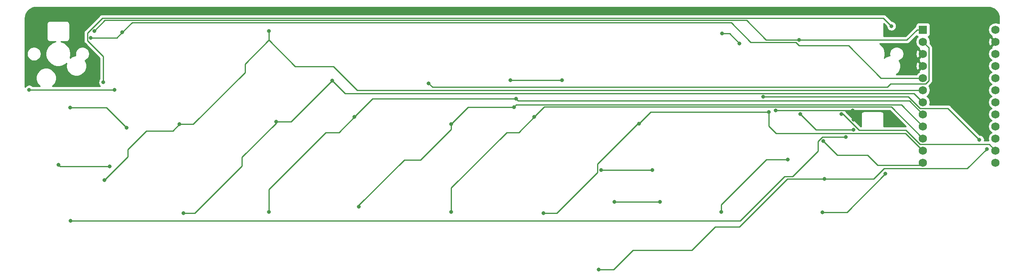
<source format=gbr>
G04 #@! TF.GenerationSoftware,KiCad,Pcbnew,5.1.5-52549c5~84~ubuntu19.10.1*
G04 #@! TF.CreationDate,2020-02-17T22:45:33-08:00*
G04 #@! TF.ProjectId,keycad,6b657963-6164-42e6-9b69-6361645f7063,rev?*
G04 #@! TF.SameCoordinates,Original*
G04 #@! TF.FileFunction,Copper,L1,Top*
G04 #@! TF.FilePolarity,Positive*
%FSLAX46Y46*%
G04 Gerber Fmt 4.6, Leading zero omitted, Abs format (unit mm)*
G04 Created by KiCad (PCBNEW 5.1.5-52549c5~84~ubuntu19.10.1) date 2020-02-17 22:45:33*
%MOMM*%
%LPD*%
G04 APERTURE LIST*
%ADD10C,1.752600*%
%ADD11R,1.752600X1.752600*%
%ADD12C,0.800000*%
%ADD13C,0.250000*%
%ADD14C,0.254000*%
G04 APERTURE END LIST*
D10*
X196850000Y5080000D03*
X181610000Y-22860000D03*
X196850000Y2540000D03*
X196850000Y0D03*
X196850000Y-2540000D03*
X196850000Y-5080000D03*
X196850000Y-7620000D03*
X196850000Y-10160000D03*
X196850000Y-12700000D03*
X196850000Y-15240000D03*
X196850000Y-17780000D03*
X196850000Y-20320000D03*
X196850000Y-22860000D03*
X181610000Y-20320000D03*
X181610000Y-17780000D03*
X181610000Y-15240000D03*
X181610000Y-12700000D03*
X181610000Y-10160000D03*
X181610000Y-7620000D03*
X181610000Y-5080000D03*
X181610000Y-2540000D03*
X181610000Y0D03*
X181610000Y2540000D03*
D11*
X181610000Y5080000D03*
D12*
X193466500Y-18041700D03*
X148016500Y-9008600D03*
X11839600Y-7525700D03*
X-6089800Y-7525700D03*
X105815700Y-5533500D03*
X94991000Y-5533500D03*
X124757500Y-24445600D03*
X114052200Y-24445600D03*
X10798700Y-23679900D03*
X89600Y-23349300D03*
X164521900Y-12636500D03*
X195032500Y-20006900D03*
X113482300Y-45309600D03*
X160910200Y-26288400D03*
X166984500Y-13794500D03*
X150683000Y-11878000D03*
X166831200Y-11878000D03*
X9480500Y-5972400D03*
X175003000Y5841900D03*
X14332900Y-15496400D03*
X2500000Y-11279500D03*
X167036000Y-15908000D03*
X155818800Y-12617600D03*
X2588700Y-35105900D03*
X165416300Y-17477400D03*
X126420900Y-31133700D03*
X116850500Y-31133700D03*
X6865600Y3383700D03*
X13474300Y4513400D03*
X139257600Y-33246800D03*
X153258100Y-22201100D03*
X7556300Y4810800D03*
X155573700Y2966200D03*
X160525600Y-33297800D03*
X173748300Y-25194600D03*
X77810200Y-6175900D03*
X9692400Y-26519800D03*
X44255900Y4762500D03*
X25482200Y-14796100D03*
X57575200Y-5603900D03*
X26278900Y-33476000D03*
X45751600Y-14231000D03*
X96134600Y-9420700D03*
X44253400Y-33237500D03*
X62222900Y-13239300D03*
X95692200Y-11179300D03*
X63122700Y-32109500D03*
X82536000Y-14737100D03*
X99985800Y-13239300D03*
X82536000Y-33232100D03*
X101949200Y-33462900D03*
X122018900Y-14658200D03*
X139439300Y4296000D03*
X143090300Y2198100D03*
X149249200Y-12224500D03*
X160673800Y-18331400D03*
D13*
X-6089800Y-7525700D02*
X11839600Y-7525700D01*
X148016500Y-9008600D02*
X178555500Y-9008600D01*
X178555500Y-9008600D02*
X180976900Y-11430000D01*
X180976900Y-11430000D02*
X186854800Y-11430000D01*
X186854800Y-11430000D02*
X193466500Y-18041700D01*
X94991000Y-5533500D02*
X105815700Y-5533500D01*
X196850000Y-20320000D02*
X195555200Y-19025200D01*
X195555200Y-19025200D02*
X180952100Y-19025200D01*
X180952100Y-19025200D02*
X177989700Y-16062800D01*
X177989700Y-16062800D02*
X168220600Y-16062800D01*
X168220600Y-16062800D02*
X164794300Y-12636500D01*
X164794300Y-12636500D02*
X164521900Y-12636500D01*
X114052200Y-24445600D02*
X124757500Y-24445600D01*
X89600Y-23349300D02*
X420200Y-23679900D01*
X420200Y-23679900D02*
X10798700Y-23679900D01*
X160910200Y-26288400D02*
X171268800Y-26288400D01*
X171268800Y-26288400D02*
X173443000Y-24114200D01*
X173443000Y-24114200D02*
X190925200Y-24114200D01*
X190925200Y-24114200D02*
X195032500Y-20006900D01*
X113482300Y-45309600D02*
X116658100Y-45309600D01*
X116658100Y-45309600D02*
X120713100Y-41254600D01*
X120713100Y-41254600D02*
X133044400Y-41254600D01*
X133044400Y-41254600D02*
X137980800Y-36318200D01*
X137980800Y-36318200D02*
X143081700Y-36318200D01*
X143081700Y-36318200D02*
X153111500Y-26288400D01*
X153111500Y-26288400D02*
X160910200Y-26288400D01*
X166831200Y-11878000D02*
X166831200Y-13641200D01*
X166831200Y-13641200D02*
X166984500Y-13794500D01*
X150683000Y-11878000D02*
X166831200Y-11878000D01*
X175003000Y5841900D02*
X173309900Y7535000D01*
X173309900Y7535000D02*
X9246900Y7535000D01*
X9246900Y7535000D02*
X6115700Y4403800D01*
X6115700Y4403800D02*
X6115700Y2798900D01*
X6115700Y2798900D02*
X9480500Y-565900D01*
X9480500Y-565900D02*
X9480500Y-5972400D01*
X14332900Y-15496400D02*
X10116000Y-11279500D01*
X10116000Y-11279500D02*
X2500000Y-11279500D01*
X167036000Y-15908000D02*
X159109200Y-15908000D01*
X159109200Y-15908000D02*
X155818800Y-12617600D01*
X165416300Y-17477400D02*
X160500500Y-17477400D01*
X160500500Y-17477400D02*
X159557300Y-18420600D01*
X159557300Y-18420600D02*
X159557300Y-20429500D01*
X159557300Y-20429500D02*
X154210900Y-25775900D01*
X154210900Y-25775900D02*
X152569200Y-25775900D01*
X152569200Y-25775900D02*
X143239200Y-35105900D01*
X143239200Y-35105900D02*
X2588700Y-35105900D01*
X116850500Y-31133700D02*
X126420900Y-31133700D01*
X13474300Y4513400D02*
X15573300Y6612400D01*
X15573300Y6612400D02*
X141326000Y6612400D01*
X141326000Y6612400D02*
X145472300Y2466100D01*
X145472300Y2466100D02*
X154877300Y2466100D01*
X154877300Y2466100D02*
X155610000Y1733400D01*
X155610000Y1733400D02*
X165970200Y1733400D01*
X165970200Y1733400D02*
X172783600Y-5080000D01*
X172783600Y-5080000D02*
X181610000Y-5080000D01*
X6865600Y3383700D02*
X12344600Y3383700D01*
X12344600Y3383700D02*
X13474300Y4513400D01*
X7556300Y4810800D02*
X9808300Y7062800D01*
X9808300Y7062800D02*
X144548600Y7062800D01*
X144548600Y7062800D02*
X148674300Y2937100D01*
X148674300Y2937100D02*
X155544600Y2937100D01*
X155544600Y2937100D02*
X155573700Y2966200D01*
X153258100Y-22201100D02*
X148740300Y-22201100D01*
X148740300Y-22201100D02*
X139257600Y-31683800D01*
X139257600Y-31683800D02*
X139257600Y-33246800D01*
X180408400Y5080000D02*
X178224900Y2896500D01*
X178224900Y2896500D02*
X155643400Y2896500D01*
X155643400Y2896500D02*
X155573700Y2966200D01*
X181610000Y5080000D02*
X180408400Y5080000D01*
X160525600Y-33297800D02*
X165645100Y-33297800D01*
X165645100Y-33297800D02*
X173748300Y-25194600D01*
X77810200Y-6175900D02*
X78602600Y-6968300D01*
X78602600Y-6968300D02*
X174164200Y-6968300D01*
X174164200Y-6968300D02*
X174850800Y-6281700D01*
X174850800Y-6281700D02*
X182181000Y-6281700D01*
X182181000Y-6281700D02*
X182852400Y-5610300D01*
X182852400Y-5610300D02*
X182852400Y1297600D01*
X182852400Y1297600D02*
X181610000Y2540000D01*
X25482200Y-14796100D02*
X24065800Y-16212500D01*
X24065800Y-16212500D02*
X18484800Y-16212500D01*
X18484800Y-16212500D02*
X14634600Y-20062700D01*
X14634600Y-20062700D02*
X14634600Y-21577600D01*
X14634600Y-21577600D02*
X9692400Y-26519800D01*
X44255900Y2929800D02*
X39221500Y-2104600D01*
X39221500Y-2104600D02*
X39221500Y-3901900D01*
X39221500Y-3901900D02*
X28327300Y-14796100D01*
X28327300Y-14796100D02*
X25482200Y-14796100D01*
X44255900Y2929800D02*
X44255900Y4762500D01*
X44255900Y2929800D02*
X49798100Y-2612400D01*
X49798100Y-2612400D02*
X57799800Y-2612400D01*
X57799800Y-2612400D02*
X62807400Y-7620000D01*
X62807400Y-7620000D02*
X181610000Y-7620000D01*
X57575200Y-5603900D02*
X60254000Y-8282700D01*
X60254000Y-8282700D02*
X179732700Y-8282700D01*
X179732700Y-8282700D02*
X181610000Y-10160000D01*
X45751600Y-14231000D02*
X48948100Y-14231000D01*
X48948100Y-14231000D02*
X57575200Y-5603900D01*
X26278900Y-33476000D02*
X28697600Y-33476000D01*
X28697600Y-33476000D02*
X38590100Y-23583500D01*
X38590100Y-23583500D02*
X38590100Y-21736000D01*
X38590100Y-21736000D02*
X45751600Y-14574500D01*
X45751600Y-14574500D02*
X45751600Y-14231000D01*
X62222900Y-13239300D02*
X58967500Y-16494700D01*
X58967500Y-16494700D02*
X56216400Y-16494700D01*
X56216400Y-16494700D02*
X44253400Y-28457700D01*
X44253400Y-28457700D02*
X44253400Y-33237500D01*
X96134600Y-9420700D02*
X96584900Y-9871000D01*
X96584900Y-9871000D02*
X178781000Y-9871000D01*
X178781000Y-9871000D02*
X181610000Y-12700000D01*
X62222900Y-13239300D02*
X66041500Y-9420700D01*
X66041500Y-9420700D02*
X96134600Y-9420700D01*
X95692200Y-11179300D02*
X96186400Y-10685100D01*
X96186400Y-10685100D02*
X177055100Y-10685100D01*
X177055100Y-10685100D02*
X181610000Y-15240000D01*
X82536000Y-14737100D02*
X86093800Y-11179300D01*
X86093800Y-11179300D02*
X95692200Y-11179300D01*
X63122700Y-32109500D02*
X63122700Y-31812100D01*
X63122700Y-31812100D02*
X72680200Y-22254600D01*
X72680200Y-22254600D02*
X76120500Y-22254600D01*
X76120500Y-22254600D02*
X82536000Y-15839100D01*
X82536000Y-15839100D02*
X82536000Y-14737100D01*
X99985800Y-13239300D02*
X102089600Y-11135500D01*
X102089600Y-11135500D02*
X174965500Y-11135500D01*
X174965500Y-11135500D02*
X181610000Y-17780000D01*
X82536000Y-33232100D02*
X82536000Y-28175100D01*
X82536000Y-28175100D02*
X94216400Y-16494700D01*
X94216400Y-16494700D02*
X96730400Y-16494700D01*
X96730400Y-16494700D02*
X99985800Y-13239300D01*
X143090300Y2198100D02*
X140992400Y4296000D01*
X140992400Y4296000D02*
X139439300Y4296000D01*
X122018900Y-14658200D02*
X124452600Y-12224500D01*
X124452600Y-12224500D02*
X149249200Y-12224500D01*
X181610000Y-20320000D02*
X177970700Y-16680700D01*
X177970700Y-16680700D02*
X150743400Y-16680700D01*
X150743400Y-16680700D02*
X149249200Y-15186500D01*
X149249200Y-15186500D02*
X149249200Y-12224500D01*
X101949200Y-33462900D02*
X104716600Y-33462900D01*
X104716600Y-33462900D02*
X113285400Y-24894100D01*
X113285400Y-24894100D02*
X113285400Y-23128400D01*
X113285400Y-23128400D02*
X121755600Y-14658200D01*
X121755600Y-14658200D02*
X122018900Y-14658200D01*
X160673800Y-18331400D02*
X163661700Y-21319300D01*
X163661700Y-21319300D02*
X170022900Y-21319300D01*
X170022900Y-21319300D02*
X172075400Y-23371800D01*
X172075400Y-23371800D02*
X181098200Y-23371800D01*
X181098200Y-23371800D02*
X181610000Y-22860000D01*
D14*
G36*
X195754635Y9757048D02*
G01*
X196181856Y9628063D01*
X196575885Y9418555D01*
X196921715Y9136502D01*
X197206174Y8792650D01*
X197418430Y8400091D01*
X197550393Y7973788D01*
X197600501Y7497037D01*
X197600501Y6396157D01*
X197565869Y6419297D01*
X197290830Y6533222D01*
X196998850Y6591300D01*
X196701150Y6591300D01*
X196409170Y6533222D01*
X196134131Y6419297D01*
X195886602Y6253904D01*
X195676096Y6043398D01*
X195510703Y5795869D01*
X195396778Y5520830D01*
X195338700Y5228850D01*
X195338700Y4931150D01*
X195396778Y4639170D01*
X195510703Y4364131D01*
X195676096Y4116602D01*
X195886602Y3906096D01*
X196049809Y3797045D01*
X195982437Y3587169D01*
X196850000Y2719605D01*
X196864142Y2733748D01*
X197043748Y2554142D01*
X197029605Y2540000D01*
X197043748Y2525858D01*
X196864142Y2346252D01*
X196850000Y2360395D01*
X195982437Y1492831D01*
X196049809Y1282955D01*
X195886602Y1173904D01*
X195676096Y963398D01*
X195510703Y715869D01*
X195396778Y440830D01*
X195338700Y148850D01*
X195338700Y-148850D01*
X195396778Y-440830D01*
X195510703Y-715869D01*
X195676096Y-963398D01*
X195886602Y-1173904D01*
X196030420Y-1270000D01*
X195886602Y-1366096D01*
X195676096Y-1576602D01*
X195510703Y-1824131D01*
X195396778Y-2099170D01*
X195338700Y-2391150D01*
X195338700Y-2688850D01*
X195396778Y-2980830D01*
X195510703Y-3255869D01*
X195676096Y-3503398D01*
X195886602Y-3713904D01*
X196030420Y-3810000D01*
X195886602Y-3906096D01*
X195676096Y-4116602D01*
X195510703Y-4364131D01*
X195396778Y-4639170D01*
X195338700Y-4931150D01*
X195338700Y-5228850D01*
X195396778Y-5520830D01*
X195510703Y-5795869D01*
X195676096Y-6043398D01*
X195886602Y-6253904D01*
X196030420Y-6350000D01*
X195886602Y-6446096D01*
X195676096Y-6656602D01*
X195510703Y-6904131D01*
X195396778Y-7179170D01*
X195338700Y-7471150D01*
X195338700Y-7768850D01*
X195396778Y-8060830D01*
X195510703Y-8335869D01*
X195676096Y-8583398D01*
X195886602Y-8793904D01*
X196030420Y-8890000D01*
X195886602Y-8986096D01*
X195676096Y-9196602D01*
X195510703Y-9444131D01*
X195396778Y-9719170D01*
X195338700Y-10011150D01*
X195338700Y-10308850D01*
X195396778Y-10600830D01*
X195510703Y-10875869D01*
X195676096Y-11123398D01*
X195886602Y-11333904D01*
X196030420Y-11430000D01*
X195886602Y-11526096D01*
X195676096Y-11736602D01*
X195510703Y-11984131D01*
X195396778Y-12259170D01*
X195338700Y-12551150D01*
X195338700Y-12848850D01*
X195396778Y-13140830D01*
X195510703Y-13415869D01*
X195676096Y-13663398D01*
X195886602Y-13873904D01*
X196030420Y-13970000D01*
X195886602Y-14066096D01*
X195676096Y-14276602D01*
X195510703Y-14524131D01*
X195396778Y-14799170D01*
X195338700Y-15091150D01*
X195338700Y-15388850D01*
X195396778Y-15680830D01*
X195510703Y-15955869D01*
X195676096Y-16203398D01*
X195886602Y-16413904D01*
X196030420Y-16510000D01*
X195886602Y-16606096D01*
X195676096Y-16816602D01*
X195510703Y-17064131D01*
X195396778Y-17339170D01*
X195338700Y-17631150D01*
X195338700Y-17928850D01*
X195396778Y-18220830D01*
X195415157Y-18265200D01*
X194477320Y-18265200D01*
X194501500Y-18143639D01*
X194501500Y-17939761D01*
X194461726Y-17739802D01*
X194383705Y-17551444D01*
X194270437Y-17381926D01*
X194126274Y-17237763D01*
X193956756Y-17124495D01*
X193768398Y-17046474D01*
X193568439Y-17006700D01*
X193506302Y-17006700D01*
X187418604Y-10919003D01*
X187394801Y-10889999D01*
X187279076Y-10795026D01*
X187147047Y-10724454D01*
X187003786Y-10680997D01*
X186892133Y-10670000D01*
X186892122Y-10670000D01*
X186854800Y-10666324D01*
X186817478Y-10670000D01*
X183034571Y-10670000D01*
X183063222Y-10600830D01*
X183121300Y-10308850D01*
X183121300Y-10011150D01*
X183063222Y-9719170D01*
X182949297Y-9444131D01*
X182783904Y-9196602D01*
X182573398Y-8986096D01*
X182429580Y-8890000D01*
X182573398Y-8793904D01*
X182783904Y-8583398D01*
X182949297Y-8335869D01*
X183063222Y-8060830D01*
X183121300Y-7768850D01*
X183121300Y-7471150D01*
X183063222Y-7179170D01*
X182949297Y-6904131D01*
X182822755Y-6714746D01*
X183363404Y-6174098D01*
X183392401Y-6150301D01*
X183440820Y-6091302D01*
X183487374Y-6034577D01*
X183557946Y-5902547D01*
X183567679Y-5870461D01*
X183601403Y-5759286D01*
X183612400Y-5647633D01*
X183612400Y-5647623D01*
X183616076Y-5610300D01*
X183612400Y-5572978D01*
X183612400Y1260277D01*
X183616076Y1297600D01*
X183612400Y1334923D01*
X183612400Y1334933D01*
X183601403Y1446586D01*
X183557946Y1589847D01*
X183487374Y1721877D01*
X183416199Y1808603D01*
X183392401Y1837601D01*
X183363403Y1861399D01*
X183073576Y2151225D01*
X183121300Y2391150D01*
X183121300Y2472509D01*
X195332887Y2472509D01*
X195375204Y2177833D01*
X195474198Y1897073D01*
X195551071Y1753254D01*
X195802831Y1672437D01*
X196670395Y2540000D01*
X195802831Y3407563D01*
X195551071Y3326746D01*
X195422543Y3058221D01*
X195348871Y2769781D01*
X195332887Y2472509D01*
X183121300Y2472509D01*
X183121300Y2688850D01*
X183063222Y2980830D01*
X182949297Y3255869D01*
X182783904Y3503398D01*
X182686458Y3600844D01*
X182730480Y3614198D01*
X182840794Y3673163D01*
X182937485Y3752515D01*
X183016837Y3849206D01*
X183075802Y3959520D01*
X183112112Y4079218D01*
X183124372Y4203700D01*
X183124372Y5956300D01*
X183112112Y6080782D01*
X183075802Y6200480D01*
X183016837Y6310794D01*
X182937485Y6407485D01*
X182840794Y6486837D01*
X182730480Y6545802D01*
X182610782Y6582112D01*
X182486300Y6594372D01*
X180733700Y6594372D01*
X180609218Y6582112D01*
X180489520Y6545802D01*
X180379206Y6486837D01*
X180282515Y6407485D01*
X180203163Y6310794D01*
X180144198Y6200480D01*
X180107888Y6080782D01*
X180095628Y5956300D01*
X180095628Y5774575D01*
X179984124Y5714974D01*
X179868399Y5620001D01*
X179844601Y5591003D01*
X177910099Y3656500D01*
X173395000Y3656500D01*
X173395000Y6228365D01*
X173398362Y6262500D01*
X173386428Y6383671D01*
X173968000Y5802098D01*
X173968000Y5739961D01*
X174007774Y5540002D01*
X174085795Y5351644D01*
X174199063Y5182126D01*
X174343226Y5037963D01*
X174512744Y4924695D01*
X174701102Y4846674D01*
X174901061Y4806900D01*
X175104939Y4806900D01*
X175304898Y4846674D01*
X175493256Y4924695D01*
X175662774Y5037963D01*
X175806937Y5182126D01*
X175920205Y5351644D01*
X175998226Y5540002D01*
X176038000Y5739961D01*
X176038000Y5943839D01*
X175998226Y6143798D01*
X175920205Y6332156D01*
X175806937Y6501674D01*
X175662774Y6645837D01*
X175493256Y6759105D01*
X175304898Y6837126D01*
X175104939Y6876900D01*
X175042802Y6876900D01*
X173873704Y8045997D01*
X173849901Y8075001D01*
X173734176Y8169974D01*
X173602147Y8240546D01*
X173458886Y8284003D01*
X173347233Y8295000D01*
X173347222Y8295000D01*
X173309900Y8298676D01*
X173272578Y8295000D01*
X9284233Y8295000D01*
X9246900Y8298677D01*
X9209567Y8295000D01*
X9097914Y8284003D01*
X8954653Y8240546D01*
X8822624Y8169974D01*
X8706899Y8075001D01*
X8683101Y8046003D01*
X5604703Y4967604D01*
X5575699Y4943801D01*
X5520571Y4876626D01*
X5480726Y4828076D01*
X5468737Y4805646D01*
X5410154Y4696046D01*
X5366697Y4552785D01*
X5355700Y4441132D01*
X5355700Y4441122D01*
X5352024Y4403800D01*
X5355700Y4366477D01*
X5355701Y2836232D01*
X5352024Y2798900D01*
X5355701Y2761567D01*
X5366698Y2649914D01*
X5375765Y2620024D01*
X5410154Y2506654D01*
X5480726Y2374624D01*
X5541937Y2300039D01*
X5575700Y2258899D01*
X5604698Y2235101D01*
X8720500Y-880702D01*
X8720501Y-5268688D01*
X8676563Y-5312626D01*
X8563295Y-5482144D01*
X8485274Y-5670502D01*
X8445500Y-5870461D01*
X8445500Y-6074339D01*
X8485274Y-6274298D01*
X8563295Y-6462656D01*
X8676563Y-6632174D01*
X8810089Y-6765700D01*
X-1219930Y-6765700D01*
X-1179017Y-6738363D01*
X-881637Y-6440983D01*
X-647988Y-6091302D01*
X-487047Y-5702756D01*
X-405000Y-5290279D01*
X-405000Y-4869721D01*
X-487047Y-4457244D01*
X-647988Y-4068698D01*
X-881637Y-3719017D01*
X-1179017Y-3421637D01*
X-1528698Y-3187988D01*
X-1917244Y-3027047D01*
X-2329721Y-2945000D01*
X-2750279Y-2945000D01*
X-3162756Y-3027047D01*
X-3551302Y-3187988D01*
X-3900983Y-3421637D01*
X-4198363Y-3719017D01*
X-4432012Y-4068698D01*
X-4592953Y-4457244D01*
X-4675000Y-4869721D01*
X-4675000Y-5290279D01*
X-4592953Y-5702756D01*
X-4432012Y-6091302D01*
X-4198363Y-6440983D01*
X-3900983Y-6738363D01*
X-3860070Y-6765700D01*
X-5386089Y-6765700D01*
X-5430026Y-6721763D01*
X-5599544Y-6608495D01*
X-5787902Y-6530474D01*
X-5987861Y-6490700D01*
X-6191739Y-6490700D01*
X-6391698Y-6530474D01*
X-6580056Y-6608495D01*
X-6749574Y-6721763D01*
X-6893737Y-6865926D01*
X-6970001Y-6980063D01*
X-6970001Y146348D01*
X-6565900Y146348D01*
X-6565900Y-146348D01*
X-6508798Y-433421D01*
X-6396788Y-703838D01*
X-6234174Y-947206D01*
X-6027206Y-1154174D01*
X-5783838Y-1316788D01*
X-5513421Y-1428798D01*
X-5226348Y-1485900D01*
X-4933652Y-1485900D01*
X-4646579Y-1428798D01*
X-4376162Y-1316788D01*
X-4132794Y-1154174D01*
X-3925826Y-947206D01*
X-3763212Y-703838D01*
X-3651202Y-433421D01*
X-3594100Y-146348D01*
X-3594100Y146348D01*
X-3616492Y258924D01*
X-2628900Y258924D01*
X-2628900Y-258924D01*
X-2527873Y-766822D01*
X-2329701Y-1245251D01*
X-2042000Y-1675826D01*
X-1675826Y-2042000D01*
X-1245251Y-2329701D01*
X-766822Y-2527873D01*
X-258924Y-2628900D01*
X258924Y-2628900D01*
X766822Y-2527873D01*
X1245251Y-2329701D01*
X1675826Y-2042000D01*
X1746237Y-1971589D01*
X1675000Y-2329721D01*
X1675000Y-2750279D01*
X1757047Y-3162756D01*
X1917988Y-3551302D01*
X2151637Y-3900983D01*
X2449017Y-4198363D01*
X2798698Y-4432012D01*
X3187244Y-4592953D01*
X3599721Y-4675000D01*
X4020279Y-4675000D01*
X4432756Y-4592953D01*
X4821302Y-4432012D01*
X5170983Y-4198363D01*
X5468363Y-3900983D01*
X5702012Y-3551302D01*
X5862953Y-3162756D01*
X5945000Y-2750279D01*
X5945000Y-2329721D01*
X5862953Y-1917244D01*
X5702012Y-1528698D01*
X5608850Y-1389270D01*
X5783838Y-1316788D01*
X6027206Y-1154174D01*
X6234174Y-947206D01*
X6396788Y-703838D01*
X6508798Y-433421D01*
X6565900Y-146348D01*
X6565900Y146348D01*
X6508798Y433421D01*
X6396788Y703838D01*
X6234174Y947206D01*
X6027206Y1154174D01*
X5783838Y1316788D01*
X5513421Y1428798D01*
X5226348Y1485900D01*
X4933652Y1485900D01*
X4646579Y1428798D01*
X4376162Y1316788D01*
X4132794Y1154174D01*
X3925826Y947206D01*
X3763212Y703838D01*
X3651202Y433421D01*
X3594100Y146348D01*
X3594100Y-146348D01*
X3645549Y-405000D01*
X3599721Y-405000D01*
X3187244Y-487047D01*
X2798698Y-647988D01*
X2492292Y-852721D01*
X2527873Y-766822D01*
X2628900Y-258924D01*
X2628900Y258924D01*
X2527873Y766822D01*
X2329701Y1245251D01*
X2042000Y1675826D01*
X1675826Y2042000D01*
X1245251Y2329701D01*
X766822Y2527873D01*
X567603Y2567500D01*
X1665865Y2567500D01*
X1700000Y2564138D01*
X1734134Y2567500D01*
X1734135Y2567500D01*
X1836244Y2577557D01*
X1967252Y2617298D01*
X2087989Y2681833D01*
X2193817Y2768683D01*
X2280667Y2874511D01*
X2345202Y2995248D01*
X2384943Y3126256D01*
X2398362Y3262500D01*
X2395000Y3296635D01*
X2395000Y6228365D01*
X2398362Y6262500D01*
X2384943Y6398744D01*
X2345202Y6529752D01*
X2280667Y6650489D01*
X2193817Y6756317D01*
X2087989Y6843167D01*
X1967252Y6907702D01*
X1836244Y6947443D01*
X1734135Y6957500D01*
X1700000Y6960862D01*
X1665866Y6957500D01*
X-1665866Y6957500D01*
X-1700000Y6960862D01*
X-1734135Y6957500D01*
X-1836244Y6947443D01*
X-1967252Y6907702D01*
X-2087989Y6843167D01*
X-2193817Y6756317D01*
X-2280667Y6650489D01*
X-2345202Y6529752D01*
X-2384943Y6398744D01*
X-2398362Y6262500D01*
X-2395000Y6228365D01*
X-2394999Y3296645D01*
X-2398362Y3262500D01*
X-2384943Y3126256D01*
X-2345202Y2995248D01*
X-2280667Y2874511D01*
X-2193817Y2768683D01*
X-2087989Y2681833D01*
X-1967252Y2617298D01*
X-1836244Y2577557D01*
X-1734135Y2567500D01*
X-1734134Y2567500D01*
X-1700000Y2564138D01*
X-1665865Y2567500D01*
X-567603Y2567500D01*
X-766822Y2527873D01*
X-1245251Y2329701D01*
X-1675826Y2042000D01*
X-2042000Y1675826D01*
X-2329701Y1245251D01*
X-2527873Y766822D01*
X-2628900Y258924D01*
X-3616492Y258924D01*
X-3651202Y433421D01*
X-3763212Y703838D01*
X-3925826Y947206D01*
X-4132794Y1154174D01*
X-4376162Y1316788D01*
X-4646579Y1428798D01*
X-4933652Y1485900D01*
X-5226348Y1485900D01*
X-5513421Y1428798D01*
X-5783838Y1316788D01*
X-6027206Y1154174D01*
X-6234174Y947206D01*
X-6396788Y703838D01*
X-6508798Y433421D01*
X-6565900Y146348D01*
X-6970001Y146348D01*
X-6970001Y7479280D01*
X-6923048Y7958135D01*
X-6794063Y8385356D01*
X-6584555Y8779385D01*
X-6302502Y9125215D01*
X-5958650Y9409674D01*
X-5566091Y9621930D01*
X-5139788Y9753893D01*
X-4663037Y9804001D01*
X195275780Y9804001D01*
X195754635Y9757048D01*
G37*
X195754635Y9757048D02*
X196181856Y9628063D01*
X196575885Y9418555D01*
X196921715Y9136502D01*
X197206174Y8792650D01*
X197418430Y8400091D01*
X197550393Y7973788D01*
X197600501Y7497037D01*
X197600501Y6396157D01*
X197565869Y6419297D01*
X197290830Y6533222D01*
X196998850Y6591300D01*
X196701150Y6591300D01*
X196409170Y6533222D01*
X196134131Y6419297D01*
X195886602Y6253904D01*
X195676096Y6043398D01*
X195510703Y5795869D01*
X195396778Y5520830D01*
X195338700Y5228850D01*
X195338700Y4931150D01*
X195396778Y4639170D01*
X195510703Y4364131D01*
X195676096Y4116602D01*
X195886602Y3906096D01*
X196049809Y3797045D01*
X195982437Y3587169D01*
X196850000Y2719605D01*
X196864142Y2733748D01*
X197043748Y2554142D01*
X197029605Y2540000D01*
X197043748Y2525858D01*
X196864142Y2346252D01*
X196850000Y2360395D01*
X195982437Y1492831D01*
X196049809Y1282955D01*
X195886602Y1173904D01*
X195676096Y963398D01*
X195510703Y715869D01*
X195396778Y440830D01*
X195338700Y148850D01*
X195338700Y-148850D01*
X195396778Y-440830D01*
X195510703Y-715869D01*
X195676096Y-963398D01*
X195886602Y-1173904D01*
X196030420Y-1270000D01*
X195886602Y-1366096D01*
X195676096Y-1576602D01*
X195510703Y-1824131D01*
X195396778Y-2099170D01*
X195338700Y-2391150D01*
X195338700Y-2688850D01*
X195396778Y-2980830D01*
X195510703Y-3255869D01*
X195676096Y-3503398D01*
X195886602Y-3713904D01*
X196030420Y-3810000D01*
X195886602Y-3906096D01*
X195676096Y-4116602D01*
X195510703Y-4364131D01*
X195396778Y-4639170D01*
X195338700Y-4931150D01*
X195338700Y-5228850D01*
X195396778Y-5520830D01*
X195510703Y-5795869D01*
X195676096Y-6043398D01*
X195886602Y-6253904D01*
X196030420Y-6350000D01*
X195886602Y-6446096D01*
X195676096Y-6656602D01*
X195510703Y-6904131D01*
X195396778Y-7179170D01*
X195338700Y-7471150D01*
X195338700Y-7768850D01*
X195396778Y-8060830D01*
X195510703Y-8335869D01*
X195676096Y-8583398D01*
X195886602Y-8793904D01*
X196030420Y-8890000D01*
X195886602Y-8986096D01*
X195676096Y-9196602D01*
X195510703Y-9444131D01*
X195396778Y-9719170D01*
X195338700Y-10011150D01*
X195338700Y-10308850D01*
X195396778Y-10600830D01*
X195510703Y-10875869D01*
X195676096Y-11123398D01*
X195886602Y-11333904D01*
X196030420Y-11430000D01*
X195886602Y-11526096D01*
X195676096Y-11736602D01*
X195510703Y-11984131D01*
X195396778Y-12259170D01*
X195338700Y-12551150D01*
X195338700Y-12848850D01*
X195396778Y-13140830D01*
X195510703Y-13415869D01*
X195676096Y-13663398D01*
X195886602Y-13873904D01*
X196030420Y-13970000D01*
X195886602Y-14066096D01*
X195676096Y-14276602D01*
X195510703Y-14524131D01*
X195396778Y-14799170D01*
X195338700Y-15091150D01*
X195338700Y-15388850D01*
X195396778Y-15680830D01*
X195510703Y-15955869D01*
X195676096Y-16203398D01*
X195886602Y-16413904D01*
X196030420Y-16510000D01*
X195886602Y-16606096D01*
X195676096Y-16816602D01*
X195510703Y-17064131D01*
X195396778Y-17339170D01*
X195338700Y-17631150D01*
X195338700Y-17928850D01*
X195396778Y-18220830D01*
X195415157Y-18265200D01*
X194477320Y-18265200D01*
X194501500Y-18143639D01*
X194501500Y-17939761D01*
X194461726Y-17739802D01*
X194383705Y-17551444D01*
X194270437Y-17381926D01*
X194126274Y-17237763D01*
X193956756Y-17124495D01*
X193768398Y-17046474D01*
X193568439Y-17006700D01*
X193506302Y-17006700D01*
X187418604Y-10919003D01*
X187394801Y-10889999D01*
X187279076Y-10795026D01*
X187147047Y-10724454D01*
X187003786Y-10680997D01*
X186892133Y-10670000D01*
X186892122Y-10670000D01*
X186854800Y-10666324D01*
X186817478Y-10670000D01*
X183034571Y-10670000D01*
X183063222Y-10600830D01*
X183121300Y-10308850D01*
X183121300Y-10011150D01*
X183063222Y-9719170D01*
X182949297Y-9444131D01*
X182783904Y-9196602D01*
X182573398Y-8986096D01*
X182429580Y-8890000D01*
X182573398Y-8793904D01*
X182783904Y-8583398D01*
X182949297Y-8335869D01*
X183063222Y-8060830D01*
X183121300Y-7768850D01*
X183121300Y-7471150D01*
X183063222Y-7179170D01*
X182949297Y-6904131D01*
X182822755Y-6714746D01*
X183363404Y-6174098D01*
X183392401Y-6150301D01*
X183440820Y-6091302D01*
X183487374Y-6034577D01*
X183557946Y-5902547D01*
X183567679Y-5870461D01*
X183601403Y-5759286D01*
X183612400Y-5647633D01*
X183612400Y-5647623D01*
X183616076Y-5610300D01*
X183612400Y-5572978D01*
X183612400Y1260277D01*
X183616076Y1297600D01*
X183612400Y1334923D01*
X183612400Y1334933D01*
X183601403Y1446586D01*
X183557946Y1589847D01*
X183487374Y1721877D01*
X183416199Y1808603D01*
X183392401Y1837601D01*
X183363403Y1861399D01*
X183073576Y2151225D01*
X183121300Y2391150D01*
X183121300Y2472509D01*
X195332887Y2472509D01*
X195375204Y2177833D01*
X195474198Y1897073D01*
X195551071Y1753254D01*
X195802831Y1672437D01*
X196670395Y2540000D01*
X195802831Y3407563D01*
X195551071Y3326746D01*
X195422543Y3058221D01*
X195348871Y2769781D01*
X195332887Y2472509D01*
X183121300Y2472509D01*
X183121300Y2688850D01*
X183063222Y2980830D01*
X182949297Y3255869D01*
X182783904Y3503398D01*
X182686458Y3600844D01*
X182730480Y3614198D01*
X182840794Y3673163D01*
X182937485Y3752515D01*
X183016837Y3849206D01*
X183075802Y3959520D01*
X183112112Y4079218D01*
X183124372Y4203700D01*
X183124372Y5956300D01*
X183112112Y6080782D01*
X183075802Y6200480D01*
X183016837Y6310794D01*
X182937485Y6407485D01*
X182840794Y6486837D01*
X182730480Y6545802D01*
X182610782Y6582112D01*
X182486300Y6594372D01*
X180733700Y6594372D01*
X180609218Y6582112D01*
X180489520Y6545802D01*
X180379206Y6486837D01*
X180282515Y6407485D01*
X180203163Y6310794D01*
X180144198Y6200480D01*
X180107888Y6080782D01*
X180095628Y5956300D01*
X180095628Y5774575D01*
X179984124Y5714974D01*
X179868399Y5620001D01*
X179844601Y5591003D01*
X177910099Y3656500D01*
X173395000Y3656500D01*
X173395000Y6228365D01*
X173398362Y6262500D01*
X173386428Y6383671D01*
X173968000Y5802098D01*
X173968000Y5739961D01*
X174007774Y5540002D01*
X174085795Y5351644D01*
X174199063Y5182126D01*
X174343226Y5037963D01*
X174512744Y4924695D01*
X174701102Y4846674D01*
X174901061Y4806900D01*
X175104939Y4806900D01*
X175304898Y4846674D01*
X175493256Y4924695D01*
X175662774Y5037963D01*
X175806937Y5182126D01*
X175920205Y5351644D01*
X175998226Y5540002D01*
X176038000Y5739961D01*
X176038000Y5943839D01*
X175998226Y6143798D01*
X175920205Y6332156D01*
X175806937Y6501674D01*
X175662774Y6645837D01*
X175493256Y6759105D01*
X175304898Y6837126D01*
X175104939Y6876900D01*
X175042802Y6876900D01*
X173873704Y8045997D01*
X173849901Y8075001D01*
X173734176Y8169974D01*
X173602147Y8240546D01*
X173458886Y8284003D01*
X173347233Y8295000D01*
X173347222Y8295000D01*
X173309900Y8298676D01*
X173272578Y8295000D01*
X9284233Y8295000D01*
X9246900Y8298677D01*
X9209567Y8295000D01*
X9097914Y8284003D01*
X8954653Y8240546D01*
X8822624Y8169974D01*
X8706899Y8075001D01*
X8683101Y8046003D01*
X5604703Y4967604D01*
X5575699Y4943801D01*
X5520571Y4876626D01*
X5480726Y4828076D01*
X5468737Y4805646D01*
X5410154Y4696046D01*
X5366697Y4552785D01*
X5355700Y4441132D01*
X5355700Y4441122D01*
X5352024Y4403800D01*
X5355700Y4366477D01*
X5355701Y2836232D01*
X5352024Y2798900D01*
X5355701Y2761567D01*
X5366698Y2649914D01*
X5375765Y2620024D01*
X5410154Y2506654D01*
X5480726Y2374624D01*
X5541937Y2300039D01*
X5575700Y2258899D01*
X5604698Y2235101D01*
X8720500Y-880702D01*
X8720501Y-5268688D01*
X8676563Y-5312626D01*
X8563295Y-5482144D01*
X8485274Y-5670502D01*
X8445500Y-5870461D01*
X8445500Y-6074339D01*
X8485274Y-6274298D01*
X8563295Y-6462656D01*
X8676563Y-6632174D01*
X8810089Y-6765700D01*
X-1219930Y-6765700D01*
X-1179017Y-6738363D01*
X-881637Y-6440983D01*
X-647988Y-6091302D01*
X-487047Y-5702756D01*
X-405000Y-5290279D01*
X-405000Y-4869721D01*
X-487047Y-4457244D01*
X-647988Y-4068698D01*
X-881637Y-3719017D01*
X-1179017Y-3421637D01*
X-1528698Y-3187988D01*
X-1917244Y-3027047D01*
X-2329721Y-2945000D01*
X-2750279Y-2945000D01*
X-3162756Y-3027047D01*
X-3551302Y-3187988D01*
X-3900983Y-3421637D01*
X-4198363Y-3719017D01*
X-4432012Y-4068698D01*
X-4592953Y-4457244D01*
X-4675000Y-4869721D01*
X-4675000Y-5290279D01*
X-4592953Y-5702756D01*
X-4432012Y-6091302D01*
X-4198363Y-6440983D01*
X-3900983Y-6738363D01*
X-3860070Y-6765700D01*
X-5386089Y-6765700D01*
X-5430026Y-6721763D01*
X-5599544Y-6608495D01*
X-5787902Y-6530474D01*
X-5987861Y-6490700D01*
X-6191739Y-6490700D01*
X-6391698Y-6530474D01*
X-6580056Y-6608495D01*
X-6749574Y-6721763D01*
X-6893737Y-6865926D01*
X-6970001Y-6980063D01*
X-6970001Y146348D01*
X-6565900Y146348D01*
X-6565900Y-146348D01*
X-6508798Y-433421D01*
X-6396788Y-703838D01*
X-6234174Y-947206D01*
X-6027206Y-1154174D01*
X-5783838Y-1316788D01*
X-5513421Y-1428798D01*
X-5226348Y-1485900D01*
X-4933652Y-1485900D01*
X-4646579Y-1428798D01*
X-4376162Y-1316788D01*
X-4132794Y-1154174D01*
X-3925826Y-947206D01*
X-3763212Y-703838D01*
X-3651202Y-433421D01*
X-3594100Y-146348D01*
X-3594100Y146348D01*
X-3616492Y258924D01*
X-2628900Y258924D01*
X-2628900Y-258924D01*
X-2527873Y-766822D01*
X-2329701Y-1245251D01*
X-2042000Y-1675826D01*
X-1675826Y-2042000D01*
X-1245251Y-2329701D01*
X-766822Y-2527873D01*
X-258924Y-2628900D01*
X258924Y-2628900D01*
X766822Y-2527873D01*
X1245251Y-2329701D01*
X1675826Y-2042000D01*
X1746237Y-1971589D01*
X1675000Y-2329721D01*
X1675000Y-2750279D01*
X1757047Y-3162756D01*
X1917988Y-3551302D01*
X2151637Y-3900983D01*
X2449017Y-4198363D01*
X2798698Y-4432012D01*
X3187244Y-4592953D01*
X3599721Y-4675000D01*
X4020279Y-4675000D01*
X4432756Y-4592953D01*
X4821302Y-4432012D01*
X5170983Y-4198363D01*
X5468363Y-3900983D01*
X5702012Y-3551302D01*
X5862953Y-3162756D01*
X5945000Y-2750279D01*
X5945000Y-2329721D01*
X5862953Y-1917244D01*
X5702012Y-1528698D01*
X5608850Y-1389270D01*
X5783838Y-1316788D01*
X6027206Y-1154174D01*
X6234174Y-947206D01*
X6396788Y-703838D01*
X6508798Y-433421D01*
X6565900Y-146348D01*
X6565900Y146348D01*
X6508798Y433421D01*
X6396788Y703838D01*
X6234174Y947206D01*
X6027206Y1154174D01*
X5783838Y1316788D01*
X5513421Y1428798D01*
X5226348Y1485900D01*
X4933652Y1485900D01*
X4646579Y1428798D01*
X4376162Y1316788D01*
X4132794Y1154174D01*
X3925826Y947206D01*
X3763212Y703838D01*
X3651202Y433421D01*
X3594100Y146348D01*
X3594100Y-146348D01*
X3645549Y-405000D01*
X3599721Y-405000D01*
X3187244Y-487047D01*
X2798698Y-647988D01*
X2492292Y-852721D01*
X2527873Y-766822D01*
X2628900Y-258924D01*
X2628900Y258924D01*
X2527873Y766822D01*
X2329701Y1245251D01*
X2042000Y1675826D01*
X1675826Y2042000D01*
X1245251Y2329701D01*
X766822Y2527873D01*
X567603Y2567500D01*
X1665865Y2567500D01*
X1700000Y2564138D01*
X1734134Y2567500D01*
X1734135Y2567500D01*
X1836244Y2577557D01*
X1967252Y2617298D01*
X2087989Y2681833D01*
X2193817Y2768683D01*
X2280667Y2874511D01*
X2345202Y2995248D01*
X2384943Y3126256D01*
X2398362Y3262500D01*
X2395000Y3296635D01*
X2395000Y6228365D01*
X2398362Y6262500D01*
X2384943Y6398744D01*
X2345202Y6529752D01*
X2280667Y6650489D01*
X2193817Y6756317D01*
X2087989Y6843167D01*
X1967252Y6907702D01*
X1836244Y6947443D01*
X1734135Y6957500D01*
X1700000Y6960862D01*
X1665866Y6957500D01*
X-1665866Y6957500D01*
X-1700000Y6960862D01*
X-1734135Y6957500D01*
X-1836244Y6947443D01*
X-1967252Y6907702D01*
X-2087989Y6843167D01*
X-2193817Y6756317D01*
X-2280667Y6650489D01*
X-2345202Y6529752D01*
X-2384943Y6398744D01*
X-2398362Y6262500D01*
X-2395000Y6228365D01*
X-2394999Y3296645D01*
X-2398362Y3262500D01*
X-2384943Y3126256D01*
X-2345202Y2995248D01*
X-2280667Y2874511D01*
X-2193817Y2768683D01*
X-2087989Y2681833D01*
X-1967252Y2617298D01*
X-1836244Y2577557D01*
X-1734135Y2567500D01*
X-1734134Y2567500D01*
X-1700000Y2564138D01*
X-1665865Y2567500D01*
X-567603Y2567500D01*
X-766822Y2527873D01*
X-1245251Y2329701D01*
X-1675826Y2042000D01*
X-2042000Y1675826D01*
X-2329701Y1245251D01*
X-2527873Y766822D01*
X-2628900Y258924D01*
X-3616492Y258924D01*
X-3651202Y433421D01*
X-3763212Y703838D01*
X-3925826Y947206D01*
X-4132794Y1154174D01*
X-4376162Y1316788D01*
X-4646579Y1428798D01*
X-4933652Y1485900D01*
X-5226348Y1485900D01*
X-5513421Y1428798D01*
X-5783838Y1316788D01*
X-6027206Y1154174D01*
X-6234174Y947206D01*
X-6396788Y703838D01*
X-6508798Y433421D01*
X-6565900Y146348D01*
X-6970001Y146348D01*
X-6970001Y7479280D01*
X-6923048Y7958135D01*
X-6794063Y8385356D01*
X-6584555Y8779385D01*
X-6302502Y9125215D01*
X-5958650Y9409674D01*
X-5566091Y9621930D01*
X-5139788Y9753893D01*
X-4663037Y9804001D01*
X195275780Y9804001D01*
X195754635Y9757048D01*
G36*
X178061382Y-15306183D02*
G01*
X178027033Y-15302800D01*
X178027022Y-15302800D01*
X177989700Y-15299124D01*
X177952378Y-15302800D01*
X173395000Y-15302800D01*
X173395000Y-12771635D01*
X173398362Y-12737500D01*
X173394600Y-12699299D01*
X173384943Y-12601256D01*
X173345202Y-12470248D01*
X173280667Y-12349511D01*
X173193817Y-12243683D01*
X173087989Y-12156833D01*
X172967252Y-12092298D01*
X172836244Y-12052557D01*
X172700000Y-12039138D01*
X172665866Y-12042500D01*
X169334134Y-12042500D01*
X169300000Y-12039138D01*
X169265865Y-12042500D01*
X169163756Y-12052557D01*
X169032748Y-12092298D01*
X168912011Y-12156833D01*
X168806183Y-12243683D01*
X168719333Y-12349511D01*
X168654798Y-12470248D01*
X168615057Y-12601256D01*
X168601638Y-12737500D01*
X168605000Y-12771635D01*
X168605001Y-15302800D01*
X168535402Y-15302800D01*
X165481716Y-12249115D01*
X165439105Y-12146244D01*
X165325837Y-11976726D01*
X165244611Y-11895500D01*
X174650699Y-11895500D01*
X178061382Y-15306183D01*
G37*
X178061382Y-15306183D02*
X178027033Y-15302800D01*
X178027022Y-15302800D01*
X177989700Y-15299124D01*
X177952378Y-15302800D01*
X173395000Y-15302800D01*
X173395000Y-12771635D01*
X173398362Y-12737500D01*
X173394600Y-12699299D01*
X173384943Y-12601256D01*
X173345202Y-12470248D01*
X173280667Y-12349511D01*
X173193817Y-12243683D01*
X173087989Y-12156833D01*
X172967252Y-12092298D01*
X172836244Y-12052557D01*
X172700000Y-12039138D01*
X172665866Y-12042500D01*
X169334134Y-12042500D01*
X169300000Y-12039138D01*
X169265865Y-12042500D01*
X169163756Y-12052557D01*
X169032748Y-12092298D01*
X168912011Y-12156833D01*
X168806183Y-12243683D01*
X168719333Y-12349511D01*
X168654798Y-12470248D01*
X168615057Y-12601256D01*
X168601638Y-12737500D01*
X168605000Y-12771635D01*
X168605001Y-15302800D01*
X168535402Y-15302800D01*
X165481716Y-12249115D01*
X165439105Y-12146244D01*
X165325837Y-11976726D01*
X165244611Y-11895500D01*
X174650699Y-11895500D01*
X178061382Y-15306183D01*
G36*
X180282515Y3752515D02*
G01*
X180379206Y3673163D01*
X180489520Y3614198D01*
X180533542Y3600844D01*
X180436096Y3503398D01*
X180270703Y3255869D01*
X180156778Y2980830D01*
X180098700Y2688850D01*
X180098700Y2391150D01*
X180156778Y2099170D01*
X180270703Y1824131D01*
X180436096Y1576602D01*
X180646602Y1366096D01*
X180809809Y1257045D01*
X180742437Y1047169D01*
X181610000Y179605D01*
X181624143Y193748D01*
X181803748Y14143D01*
X181789605Y0D01*
X181803748Y-14142D01*
X181624143Y-193748D01*
X181610000Y-179605D01*
X180742437Y-1047169D01*
X180813968Y-1270000D01*
X180742437Y-1492831D01*
X181610000Y-2360395D01*
X181624143Y-2346253D01*
X181803748Y-2525858D01*
X181789605Y-2540000D01*
X181803748Y-2554143D01*
X181624142Y-2733748D01*
X181610000Y-2719605D01*
X180742437Y-3587169D01*
X180809809Y-3797045D01*
X180646602Y-3906096D01*
X180436096Y-4116602D01*
X180300190Y-4320000D01*
X175988940Y-4320000D01*
X176170983Y-4198363D01*
X176468363Y-3900983D01*
X176702012Y-3551302D01*
X176862953Y-3162756D01*
X176945000Y-2750279D01*
X176945000Y-2607491D01*
X180092887Y-2607491D01*
X180135204Y-2902167D01*
X180234198Y-3182927D01*
X180311071Y-3326746D01*
X180562831Y-3407563D01*
X181430395Y-2540000D01*
X180562831Y-1672437D01*
X180311071Y-1753254D01*
X180182543Y-2021779D01*
X180108871Y-2310219D01*
X180092887Y-2607491D01*
X176945000Y-2607491D01*
X176945000Y-2329721D01*
X176862953Y-1917244D01*
X176702012Y-1528698D01*
X176608850Y-1389270D01*
X176783838Y-1316788D01*
X177027206Y-1154174D01*
X177234174Y-947206D01*
X177396788Y-703838D01*
X177508798Y-433421D01*
X177565900Y-146348D01*
X177565900Y-67491D01*
X180092887Y-67491D01*
X180135204Y-362167D01*
X180234198Y-642927D01*
X180311071Y-786746D01*
X180562831Y-867563D01*
X181430395Y0D01*
X180562831Y867563D01*
X180311071Y786746D01*
X180182543Y518221D01*
X180108871Y229781D01*
X180092887Y-67491D01*
X177565900Y-67491D01*
X177565900Y146348D01*
X177508798Y433421D01*
X177396788Y703838D01*
X177234174Y947206D01*
X177027206Y1154174D01*
X176783838Y1316788D01*
X176513421Y1428798D01*
X176226348Y1485900D01*
X175933652Y1485900D01*
X175646579Y1428798D01*
X175376162Y1316788D01*
X175132794Y1154174D01*
X174925826Y947206D01*
X174763212Y703838D01*
X174651202Y433421D01*
X174594100Y146348D01*
X174594100Y-146348D01*
X174645549Y-405000D01*
X174599721Y-405000D01*
X174187244Y-487047D01*
X173798698Y-647988D01*
X173492292Y-852721D01*
X173527873Y-766822D01*
X173628900Y-258924D01*
X173628900Y258924D01*
X173527873Y766822D01*
X173329701Y1245251D01*
X173042000Y1675826D01*
X172675826Y2042000D01*
X172534397Y2136500D01*
X178187578Y2136500D01*
X178224900Y2132824D01*
X178262222Y2136500D01*
X178262233Y2136500D01*
X178373886Y2147497D01*
X178517147Y2190954D01*
X178649176Y2261526D01*
X178764901Y2356499D01*
X178788704Y2385503D01*
X180225360Y3822159D01*
X180282515Y3752515D01*
G37*
X180282515Y3752515D02*
X180379206Y3673163D01*
X180489520Y3614198D01*
X180533542Y3600844D01*
X180436096Y3503398D01*
X180270703Y3255869D01*
X180156778Y2980830D01*
X180098700Y2688850D01*
X180098700Y2391150D01*
X180156778Y2099170D01*
X180270703Y1824131D01*
X180436096Y1576602D01*
X180646602Y1366096D01*
X180809809Y1257045D01*
X180742437Y1047169D01*
X181610000Y179605D01*
X181624143Y193748D01*
X181803748Y14143D01*
X181789605Y0D01*
X181803748Y-14142D01*
X181624143Y-193748D01*
X181610000Y-179605D01*
X180742437Y-1047169D01*
X180813968Y-1270000D01*
X180742437Y-1492831D01*
X181610000Y-2360395D01*
X181624143Y-2346253D01*
X181803748Y-2525858D01*
X181789605Y-2540000D01*
X181803748Y-2554143D01*
X181624142Y-2733748D01*
X181610000Y-2719605D01*
X180742437Y-3587169D01*
X180809809Y-3797045D01*
X180646602Y-3906096D01*
X180436096Y-4116602D01*
X180300190Y-4320000D01*
X175988940Y-4320000D01*
X176170983Y-4198363D01*
X176468363Y-3900983D01*
X176702012Y-3551302D01*
X176862953Y-3162756D01*
X176945000Y-2750279D01*
X176945000Y-2607491D01*
X180092887Y-2607491D01*
X180135204Y-2902167D01*
X180234198Y-3182927D01*
X180311071Y-3326746D01*
X180562831Y-3407563D01*
X181430395Y-2540000D01*
X180562831Y-1672437D01*
X180311071Y-1753254D01*
X180182543Y-2021779D01*
X180108871Y-2310219D01*
X180092887Y-2607491D01*
X176945000Y-2607491D01*
X176945000Y-2329721D01*
X176862953Y-1917244D01*
X176702012Y-1528698D01*
X176608850Y-1389270D01*
X176783838Y-1316788D01*
X177027206Y-1154174D01*
X177234174Y-947206D01*
X177396788Y-703838D01*
X177508798Y-433421D01*
X177565900Y-146348D01*
X177565900Y-67491D01*
X180092887Y-67491D01*
X180135204Y-362167D01*
X180234198Y-642927D01*
X180311071Y-786746D01*
X180562831Y-867563D01*
X181430395Y0D01*
X180562831Y867563D01*
X180311071Y786746D01*
X180182543Y518221D01*
X180108871Y229781D01*
X180092887Y-67491D01*
X177565900Y-67491D01*
X177565900Y146348D01*
X177508798Y433421D01*
X177396788Y703838D01*
X177234174Y947206D01*
X177027206Y1154174D01*
X176783838Y1316788D01*
X176513421Y1428798D01*
X176226348Y1485900D01*
X175933652Y1485900D01*
X175646579Y1428798D01*
X175376162Y1316788D01*
X175132794Y1154174D01*
X174925826Y947206D01*
X174763212Y703838D01*
X174651202Y433421D01*
X174594100Y146348D01*
X174594100Y-146348D01*
X174645549Y-405000D01*
X174599721Y-405000D01*
X174187244Y-487047D01*
X173798698Y-647988D01*
X173492292Y-852721D01*
X173527873Y-766822D01*
X173628900Y-258924D01*
X173628900Y258924D01*
X173527873Y766822D01*
X173329701Y1245251D01*
X173042000Y1675826D01*
X172675826Y2042000D01*
X172534397Y2136500D01*
X178187578Y2136500D01*
X178224900Y2132824D01*
X178262222Y2136500D01*
X178262233Y2136500D01*
X178373886Y2147497D01*
X178517147Y2190954D01*
X178649176Y2261526D01*
X178764901Y2356499D01*
X178788704Y2385503D01*
X180225360Y3822159D01*
X180282515Y3752515D01*
M02*

</source>
